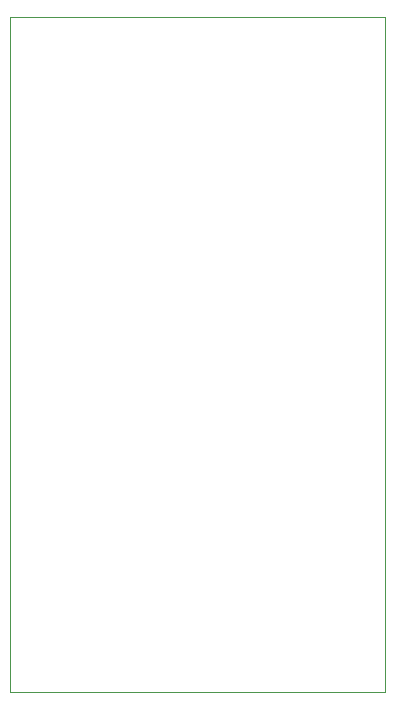
<source format=gbr>
%TF.GenerationSoftware,KiCad,Pcbnew,7.0.9*%
%TF.CreationDate,2023-12-13T00:56:51-08:00*%
%TF.ProjectId,Vi-Fi,56692d46-692e-46b6-9963-61645f706362,rev?*%
%TF.SameCoordinates,Original*%
%TF.FileFunction,Profile,NP*%
%FSLAX46Y46*%
G04 Gerber Fmt 4.6, Leading zero omitted, Abs format (unit mm)*
G04 Created by KiCad (PCBNEW 7.0.9) date 2023-12-13 00:56:51*
%MOMM*%
%LPD*%
G01*
G04 APERTURE LIST*
%TA.AperFunction,Profile*%
%ADD10C,0.100000*%
%TD*%
G04 APERTURE END LIST*
D10*
X43688000Y-45466000D02*
X75438000Y-45466000D01*
X75438000Y-102616000D01*
X43688000Y-102616000D01*
X43688000Y-45466000D01*
M02*

</source>
